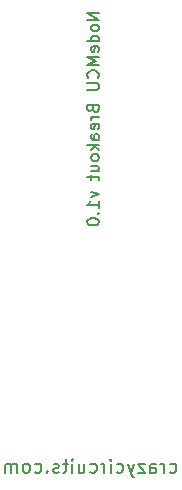
<source format=gbo>
%TF.GenerationSoftware,KiCad,Pcbnew,4.0.7-e2-6376~58~ubuntu16.04.1*%
%TF.CreationDate,2018-07-18T10:10:47-07:00*%
%TF.ProjectId,6x11-NodeMCU-V2-Breakout,367831312D4E6F64654D43552D56322D,1.0*%
%TF.FileFunction,Legend,Bot*%
%FSLAX46Y46*%
G04 Gerber Fmt 4.6, Leading zero omitted, Abs format (unit mm)*
G04 Created by KiCad (PCBNEW 4.0.7-e2-6376~58~ubuntu16.04.1) date Wed Jul 18 10:10:47 2018*
%MOMM*%
%LPD*%
G01*
G04 APERTURE LIST*
%ADD10C,0.350000*%
%ADD11C,0.152400*%
%ADD12C,0.177800*%
%ADD13R,2.184400X1.879600*%
%ADD14O,2.184400X1.879600*%
%ADD15C,6.152400*%
%ADD16C,1.879600*%
G04 APERTURE END LIST*
D10*
D11*
X63197619Y-56811335D02*
X62181619Y-56811335D01*
X63197619Y-57391906D01*
X62181619Y-57391906D01*
X63197619Y-58020859D02*
X63149238Y-57924097D01*
X63100857Y-57875716D01*
X63004095Y-57827335D01*
X62713810Y-57827335D01*
X62617048Y-57875716D01*
X62568667Y-57924097D01*
X62520286Y-58020859D01*
X62520286Y-58166001D01*
X62568667Y-58262763D01*
X62617048Y-58311144D01*
X62713810Y-58359525D01*
X63004095Y-58359525D01*
X63100857Y-58311144D01*
X63149238Y-58262763D01*
X63197619Y-58166001D01*
X63197619Y-58020859D01*
X63197619Y-59230382D02*
X62181619Y-59230382D01*
X63149238Y-59230382D02*
X63197619Y-59133620D01*
X63197619Y-58940097D01*
X63149238Y-58843335D01*
X63100857Y-58794954D01*
X63004095Y-58746573D01*
X62713810Y-58746573D01*
X62617048Y-58794954D01*
X62568667Y-58843335D01*
X62520286Y-58940097D01*
X62520286Y-59133620D01*
X62568667Y-59230382D01*
X63149238Y-60101239D02*
X63197619Y-60004477D01*
X63197619Y-59810954D01*
X63149238Y-59714192D01*
X63052476Y-59665811D01*
X62665429Y-59665811D01*
X62568667Y-59714192D01*
X62520286Y-59810954D01*
X62520286Y-60004477D01*
X62568667Y-60101239D01*
X62665429Y-60149620D01*
X62762190Y-60149620D01*
X62858952Y-59665811D01*
X63197619Y-60585049D02*
X62181619Y-60585049D01*
X62907333Y-60923715D01*
X62181619Y-61262382D01*
X63197619Y-61262382D01*
X63100857Y-62326763D02*
X63149238Y-62278382D01*
X63197619Y-62133239D01*
X63197619Y-62036477D01*
X63149238Y-61891335D01*
X63052476Y-61794573D01*
X62955714Y-61746192D01*
X62762190Y-61697811D01*
X62617048Y-61697811D01*
X62423524Y-61746192D01*
X62326762Y-61794573D01*
X62230000Y-61891335D01*
X62181619Y-62036477D01*
X62181619Y-62133239D01*
X62230000Y-62278382D01*
X62278381Y-62326763D01*
X62181619Y-62762192D02*
X63004095Y-62762192D01*
X63100857Y-62810573D01*
X63149238Y-62858954D01*
X63197619Y-62955716D01*
X63197619Y-63149239D01*
X63149238Y-63246001D01*
X63100857Y-63294382D01*
X63004095Y-63342763D01*
X62181619Y-63342763D01*
X62665429Y-64939334D02*
X62713810Y-65084477D01*
X62762190Y-65132858D01*
X62858952Y-65181239D01*
X63004095Y-65181239D01*
X63100857Y-65132858D01*
X63149238Y-65084477D01*
X63197619Y-64987715D01*
X63197619Y-64600668D01*
X62181619Y-64600668D01*
X62181619Y-64939334D01*
X62230000Y-65036096D01*
X62278381Y-65084477D01*
X62375143Y-65132858D01*
X62471905Y-65132858D01*
X62568667Y-65084477D01*
X62617048Y-65036096D01*
X62665429Y-64939334D01*
X62665429Y-64600668D01*
X63197619Y-65616668D02*
X62520286Y-65616668D01*
X62713810Y-65616668D02*
X62617048Y-65665049D01*
X62568667Y-65713430D01*
X62520286Y-65810192D01*
X62520286Y-65906953D01*
X63149238Y-66632667D02*
X63197619Y-66535905D01*
X63197619Y-66342382D01*
X63149238Y-66245620D01*
X63052476Y-66197239D01*
X62665429Y-66197239D01*
X62568667Y-66245620D01*
X62520286Y-66342382D01*
X62520286Y-66535905D01*
X62568667Y-66632667D01*
X62665429Y-66681048D01*
X62762190Y-66681048D01*
X62858952Y-66197239D01*
X63197619Y-67551905D02*
X62665429Y-67551905D01*
X62568667Y-67503524D01*
X62520286Y-67406762D01*
X62520286Y-67213239D01*
X62568667Y-67116477D01*
X63149238Y-67551905D02*
X63197619Y-67455143D01*
X63197619Y-67213239D01*
X63149238Y-67116477D01*
X63052476Y-67068096D01*
X62955714Y-67068096D01*
X62858952Y-67116477D01*
X62810571Y-67213239D01*
X62810571Y-67455143D01*
X62762190Y-67551905D01*
X63197619Y-68035715D02*
X62181619Y-68035715D01*
X62810571Y-68132477D02*
X63197619Y-68422762D01*
X62520286Y-68422762D02*
X62907333Y-68035715D01*
X63197619Y-69003334D02*
X63149238Y-68906572D01*
X63100857Y-68858191D01*
X63004095Y-68809810D01*
X62713810Y-68809810D01*
X62617048Y-68858191D01*
X62568667Y-68906572D01*
X62520286Y-69003334D01*
X62520286Y-69148476D01*
X62568667Y-69245238D01*
X62617048Y-69293619D01*
X62713810Y-69342000D01*
X63004095Y-69342000D01*
X63100857Y-69293619D01*
X63149238Y-69245238D01*
X63197619Y-69148476D01*
X63197619Y-69003334D01*
X62520286Y-70212857D02*
X63197619Y-70212857D01*
X62520286Y-69777429D02*
X63052476Y-69777429D01*
X63149238Y-69825810D01*
X63197619Y-69922572D01*
X63197619Y-70067714D01*
X63149238Y-70164476D01*
X63100857Y-70212857D01*
X62520286Y-70551524D02*
X62520286Y-70938572D01*
X62181619Y-70696667D02*
X63052476Y-70696667D01*
X63149238Y-70745048D01*
X63197619Y-70841810D01*
X63197619Y-70938572D01*
X62520286Y-71954571D02*
X63197619Y-72196476D01*
X62520286Y-72438380D01*
X63197619Y-73357618D02*
X63197619Y-72777047D01*
X63197619Y-73067333D02*
X62181619Y-73067333D01*
X62326762Y-72970571D01*
X62423524Y-72873809D01*
X62471905Y-72777047D01*
X63100857Y-73793047D02*
X63149238Y-73841428D01*
X63197619Y-73793047D01*
X63149238Y-73744666D01*
X63100857Y-73793047D01*
X63197619Y-73793047D01*
X62181619Y-74470381D02*
X62181619Y-74567142D01*
X62230000Y-74663904D01*
X62278381Y-74712285D01*
X62375143Y-74760666D01*
X62568667Y-74809047D01*
X62810571Y-74809047D01*
X63004095Y-74760666D01*
X63100857Y-74712285D01*
X63149238Y-74663904D01*
X63197619Y-74567142D01*
X63197619Y-74470381D01*
X63149238Y-74373619D01*
X63100857Y-74325238D01*
X63004095Y-74276857D01*
X62810571Y-74228476D01*
X62568667Y-74228476D01*
X62375143Y-74276857D01*
X62278381Y-74325238D01*
X62230000Y-74373619D01*
X62181619Y-74470381D01*
D12*
X69205928Y-95712643D02*
X69314785Y-95767071D01*
X69532499Y-95767071D01*
X69641357Y-95712643D01*
X69695785Y-95658214D01*
X69750214Y-95549357D01*
X69750214Y-95222786D01*
X69695785Y-95113929D01*
X69641357Y-95059500D01*
X69532499Y-95005071D01*
X69314785Y-95005071D01*
X69205928Y-95059500D01*
X68716071Y-95767071D02*
X68716071Y-95005071D01*
X68716071Y-95222786D02*
X68661643Y-95113929D01*
X68607214Y-95059500D01*
X68498357Y-95005071D01*
X68389500Y-95005071D01*
X67518643Y-95767071D02*
X67518643Y-95168357D01*
X67573072Y-95059500D01*
X67681929Y-95005071D01*
X67899643Y-95005071D01*
X68008500Y-95059500D01*
X67518643Y-95712643D02*
X67627500Y-95767071D01*
X67899643Y-95767071D01*
X68008500Y-95712643D01*
X68062929Y-95603786D01*
X68062929Y-95494929D01*
X68008500Y-95386071D01*
X67899643Y-95331643D01*
X67627500Y-95331643D01*
X67518643Y-95277214D01*
X67083214Y-95005071D02*
X66484500Y-95005071D01*
X67083214Y-95767071D01*
X66484500Y-95767071D01*
X66157928Y-95005071D02*
X65885785Y-95767071D01*
X65613643Y-95005071D02*
X65885785Y-95767071D01*
X65994643Y-96039214D01*
X66049071Y-96093643D01*
X66157928Y-96148071D01*
X64688357Y-95712643D02*
X64797214Y-95767071D01*
X65014928Y-95767071D01*
X65123786Y-95712643D01*
X65178214Y-95658214D01*
X65232643Y-95549357D01*
X65232643Y-95222786D01*
X65178214Y-95113929D01*
X65123786Y-95059500D01*
X65014928Y-95005071D01*
X64797214Y-95005071D01*
X64688357Y-95059500D01*
X64198500Y-95767071D02*
X64198500Y-95005071D01*
X64198500Y-94624071D02*
X64252929Y-94678500D01*
X64198500Y-94732929D01*
X64144072Y-94678500D01*
X64198500Y-94624071D01*
X64198500Y-94732929D01*
X63654214Y-95767071D02*
X63654214Y-95005071D01*
X63654214Y-95222786D02*
X63599786Y-95113929D01*
X63545357Y-95059500D01*
X63436500Y-95005071D01*
X63327643Y-95005071D01*
X62456786Y-95712643D02*
X62565643Y-95767071D01*
X62783357Y-95767071D01*
X62892215Y-95712643D01*
X62946643Y-95658214D01*
X63001072Y-95549357D01*
X63001072Y-95222786D01*
X62946643Y-95113929D01*
X62892215Y-95059500D01*
X62783357Y-95005071D01*
X62565643Y-95005071D01*
X62456786Y-95059500D01*
X61477072Y-95005071D02*
X61477072Y-95767071D01*
X61966929Y-95005071D02*
X61966929Y-95603786D01*
X61912501Y-95712643D01*
X61803643Y-95767071D01*
X61640358Y-95767071D01*
X61531501Y-95712643D01*
X61477072Y-95658214D01*
X60932786Y-95767071D02*
X60932786Y-95005071D01*
X60932786Y-94624071D02*
X60987215Y-94678500D01*
X60932786Y-94732929D01*
X60878358Y-94678500D01*
X60932786Y-94624071D01*
X60932786Y-94732929D01*
X60551786Y-95005071D02*
X60116357Y-95005071D01*
X60388500Y-94624071D02*
X60388500Y-95603786D01*
X60334072Y-95712643D01*
X60225214Y-95767071D01*
X60116357Y-95767071D01*
X59789786Y-95712643D02*
X59680929Y-95767071D01*
X59463214Y-95767071D01*
X59354357Y-95712643D01*
X59299929Y-95603786D01*
X59299929Y-95549357D01*
X59354357Y-95440500D01*
X59463214Y-95386071D01*
X59626500Y-95386071D01*
X59735357Y-95331643D01*
X59789786Y-95222786D01*
X59789786Y-95168357D01*
X59735357Y-95059500D01*
X59626500Y-95005071D01*
X59463214Y-95005071D01*
X59354357Y-95059500D01*
X58810071Y-95658214D02*
X58755643Y-95712643D01*
X58810071Y-95767071D01*
X58864500Y-95712643D01*
X58810071Y-95658214D01*
X58810071Y-95767071D01*
X57775928Y-95712643D02*
X57884785Y-95767071D01*
X58102499Y-95767071D01*
X58211357Y-95712643D01*
X58265785Y-95658214D01*
X58320214Y-95549357D01*
X58320214Y-95222786D01*
X58265785Y-95113929D01*
X58211357Y-95059500D01*
X58102499Y-95005071D01*
X57884785Y-95005071D01*
X57775928Y-95059500D01*
X57122785Y-95767071D02*
X57231643Y-95712643D01*
X57286071Y-95658214D01*
X57340500Y-95549357D01*
X57340500Y-95222786D01*
X57286071Y-95113929D01*
X57231643Y-95059500D01*
X57122785Y-95005071D01*
X56959500Y-95005071D01*
X56850643Y-95059500D01*
X56796214Y-95113929D01*
X56741785Y-95222786D01*
X56741785Y-95549357D01*
X56796214Y-95658214D01*
X56850643Y-95712643D01*
X56959500Y-95767071D01*
X57122785Y-95767071D01*
X56251928Y-95767071D02*
X56251928Y-95005071D01*
X56251928Y-95113929D02*
X56197500Y-95059500D01*
X56088642Y-95005071D01*
X55925357Y-95005071D01*
X55816500Y-95059500D01*
X55762071Y-95168357D01*
X55762071Y-95767071D01*
X55762071Y-95168357D02*
X55707642Y-95059500D01*
X55598785Y-95005071D01*
X55435500Y-95005071D01*
X55326642Y-95059500D01*
X55272214Y-95168357D01*
X55272214Y-95767071D01*
%LPC*%
D13*
X66040000Y-34290000D03*
D14*
X66040000Y-36830000D03*
X66040000Y-39370000D03*
D13*
X63500000Y-34290000D03*
D14*
X63500000Y-36830000D03*
X63500000Y-39370000D03*
D13*
X60960000Y-34290000D03*
D14*
X60960000Y-36830000D03*
X60960000Y-39370000D03*
D13*
X58420000Y-34290000D03*
D14*
X58420000Y-36830000D03*
X58420000Y-39370000D03*
D15*
X81941400Y-65501600D03*
X81940400Y-57501600D03*
X81940400Y-41501600D03*
X81940400Y-73501600D03*
X81940400Y-33501600D03*
X81940400Y-49501600D03*
X81941400Y-81501600D03*
X81941400Y-89501600D03*
X81940400Y-25501600D03*
X73941400Y-25501600D03*
X57941400Y-25501600D03*
X49941400Y-25501600D03*
X57941400Y-105501600D03*
X49941400Y-105501600D03*
X81940400Y-105501600D03*
X73941400Y-105501600D03*
X41941400Y-105501600D03*
X41941400Y-89501600D03*
X41941400Y-81501600D03*
X41941400Y-73501600D03*
X41941400Y-65501600D03*
X41941400Y-57501600D03*
X41941400Y-49501600D03*
X41941400Y-41501600D03*
X41941400Y-33501600D03*
X41941400Y-25501600D03*
X81941400Y-97501600D03*
X41941400Y-97501600D03*
X65941400Y-25501600D03*
X65941400Y-105501600D03*
D16*
X73691400Y-85191600D03*
X73691400Y-82651600D03*
X73691400Y-80111600D03*
X73691400Y-77571600D03*
X73691400Y-75031600D03*
X73691400Y-72491600D03*
X73691400Y-69951600D03*
X73691400Y-67411600D03*
X73691400Y-64871600D03*
X73691400Y-62331600D03*
X73691400Y-59791600D03*
X73691400Y-57251600D03*
X50831400Y-59791600D03*
X50831400Y-80111600D03*
X50831400Y-64871600D03*
X50831400Y-62331600D03*
X50831400Y-82651600D03*
X50831400Y-75031600D03*
X50831400Y-85191600D03*
X50831400Y-72491600D03*
X50831400Y-69951600D03*
X50831400Y-67411600D03*
X50831400Y-77571600D03*
X50831400Y-57251600D03*
X50831400Y-52171600D03*
X50831400Y-54711600D03*
X50831400Y-49631600D03*
X73691400Y-52171600D03*
X73691400Y-54711600D03*
X73691400Y-49631600D03*
M02*

</source>
